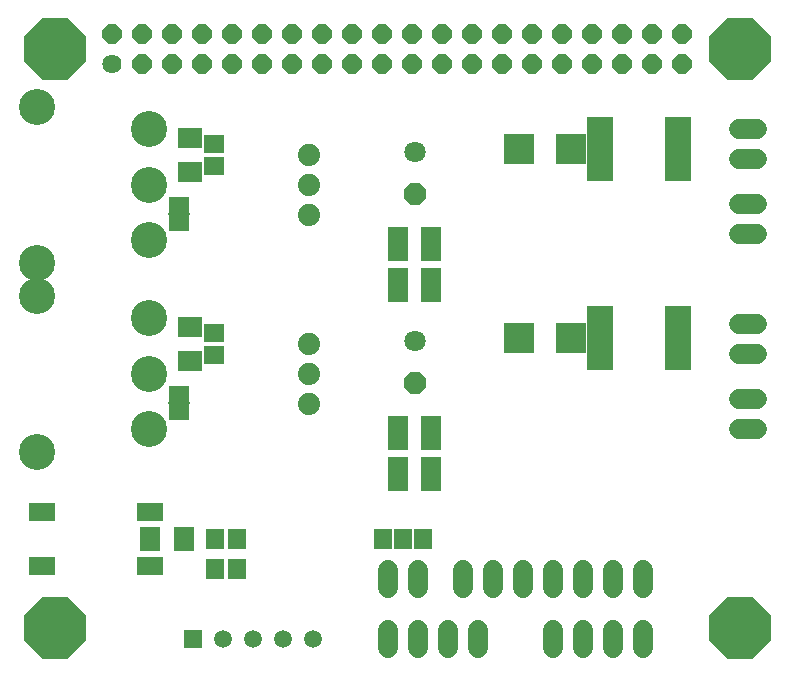
<source format=gbr>
G04 EAGLE Gerber RS-274X export*
G75*
%MOMM*%
%FSLAX34Y34*%
%LPD*%
%INSoldermask Top*%
%IPPOS*%
%AMOC8*
5,1,8,0,0,1.08239X$1,22.5*%
G01*
%ADD10R,2.303200X1.603200*%
%ADD11R,1.503200X1.703200*%
%ADD12R,1.803200X2.006200*%
%ADD13C,1.625600*%
%ADD14P,1.759533X8X22.500000*%
%ADD15C,1.727200*%
%ADD16R,1.511200X1.511200*%
%ADD17C,1.511200*%
%ADD18C,1.879600*%
%ADD19P,1.951982X8X292.500000*%
%ADD20C,1.803400*%
%ADD21R,1.803200X2.903200*%
%ADD22R,2.006200X1.803200*%
%ADD23R,1.703200X1.503200*%
%ADD24R,2.203200X5.503200*%
%ADD25C,3.053200*%
%ADD26R,2.603200X2.603200*%
%ADD27R,1.803400X1.371600*%
%ADD28R,1.828800X0.152400*%
%ADD29P,5.631892X8X22.500000*%


D10*
X24500Y87500D03*
X24500Y132500D03*
X115500Y87500D03*
X115500Y132500D03*
D11*
X189500Y85000D03*
X170500Y85000D03*
X189500Y110000D03*
X170500Y110000D03*
D12*
X144220Y110000D03*
X115780Y110000D03*
D13*
X83700Y512300D03*
D14*
X83700Y537700D03*
X109100Y512300D03*
X109100Y537700D03*
X134500Y512300D03*
X134500Y537700D03*
X159900Y512300D03*
X159900Y537700D03*
X185300Y512300D03*
X185300Y537700D03*
X210700Y512300D03*
X210700Y537700D03*
X236100Y512300D03*
X236100Y537700D03*
X261500Y512300D03*
X261500Y537700D03*
X286900Y512300D03*
X286900Y537700D03*
X312300Y512300D03*
X312300Y537700D03*
X337700Y512300D03*
X337700Y537700D03*
X363100Y512300D03*
X363100Y537700D03*
X388500Y512300D03*
X388500Y537700D03*
X413900Y512300D03*
X413900Y537700D03*
X439300Y512300D03*
X439300Y537700D03*
X464700Y512300D03*
X464700Y537700D03*
X490100Y512300D03*
X490100Y537700D03*
X515500Y512300D03*
X515500Y537700D03*
X540900Y512300D03*
X540900Y537700D03*
X566300Y512300D03*
X566300Y537700D03*
D15*
X317500Y33020D02*
X317500Y17780D01*
X342900Y17780D02*
X342900Y33020D01*
X368300Y33020D02*
X368300Y17780D01*
X393700Y17780D02*
X393700Y33020D01*
X457200Y33020D02*
X457200Y17780D01*
X482600Y17780D02*
X482600Y33020D01*
X508000Y33020D02*
X508000Y17780D01*
X533400Y17780D02*
X533400Y33020D01*
D16*
X152400Y25400D03*
D17*
X177800Y25400D03*
X203200Y25400D03*
X228600Y25400D03*
X254000Y25400D03*
D15*
X381000Y68580D02*
X381000Y83820D01*
X406400Y83820D02*
X406400Y68580D01*
X431800Y68580D02*
X431800Y83820D01*
X457200Y83820D02*
X457200Y68580D01*
X482600Y68580D02*
X482600Y83820D01*
X508000Y83820D02*
X508000Y68580D01*
X533400Y68580D02*
X533400Y83820D01*
X317500Y83820D02*
X317500Y68580D01*
X342900Y68580D02*
X342900Y83820D01*
D11*
X313000Y110000D03*
X330000Y110000D03*
X347000Y110000D03*
D15*
X614680Y266700D02*
X629920Y266700D01*
X629920Y292100D02*
X614680Y292100D01*
X614680Y431800D02*
X629920Y431800D01*
X629920Y457200D02*
X614680Y457200D01*
D18*
X250000Y224600D03*
X250000Y250000D03*
X250000Y275400D03*
X250000Y384600D03*
X250000Y410000D03*
X250000Y435400D03*
D19*
X340000Y242220D03*
D20*
X340000Y277780D03*
D19*
X340000Y402220D03*
D20*
X340000Y437780D03*
D21*
X326000Y165000D03*
X354000Y165000D03*
X326000Y360000D03*
X354000Y360000D03*
X326000Y200000D03*
X354000Y200000D03*
X326000Y325000D03*
X354000Y325000D03*
D22*
X150000Y260780D03*
X150000Y289220D03*
X150000Y420780D03*
X150000Y449220D03*
D23*
X170000Y265500D03*
X170000Y284500D03*
X170000Y425500D03*
X170000Y444500D03*
D24*
X497000Y280000D03*
X563000Y280000D03*
X497000Y440000D03*
X563000Y440000D03*
D25*
X115300Y203000D03*
X115300Y250000D03*
X115300Y297000D03*
X20000Y183950D03*
X20000Y316050D03*
X115300Y363000D03*
X115300Y410000D03*
X115300Y457000D03*
X20000Y343950D03*
X20000Y476050D03*
D26*
X428000Y280000D03*
X472000Y280000D03*
X428000Y440000D03*
X472000Y440000D03*
D27*
X140000Y232620D03*
X140000Y217380D03*
D28*
X140000Y225000D03*
D27*
X140000Y392620D03*
X140000Y377380D03*
D28*
X140000Y385000D03*
D15*
X614680Y203200D02*
X629920Y203200D01*
X629920Y228600D02*
X614680Y228600D01*
X614680Y368300D02*
X629920Y368300D01*
X629920Y393700D02*
X614680Y393700D01*
D29*
X35000Y525000D03*
X615000Y525000D03*
X615000Y35000D03*
X35000Y35000D03*
M02*

</source>
